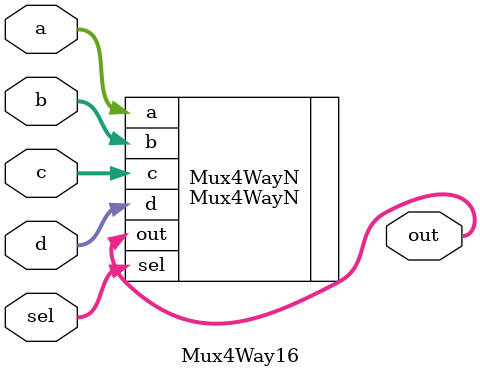
<source format=v>
module Mux4Way16 (
  input wire [15:0] a, b, c, d,
  input wire [1:0] sel,
  output wire [15:0] out
);

Mux4WayN #(.width(16)) Mux4WayN(.a(a), .b(b), .c(c), .d(d), .sel(sel), .out(out));

endmodule

</source>
